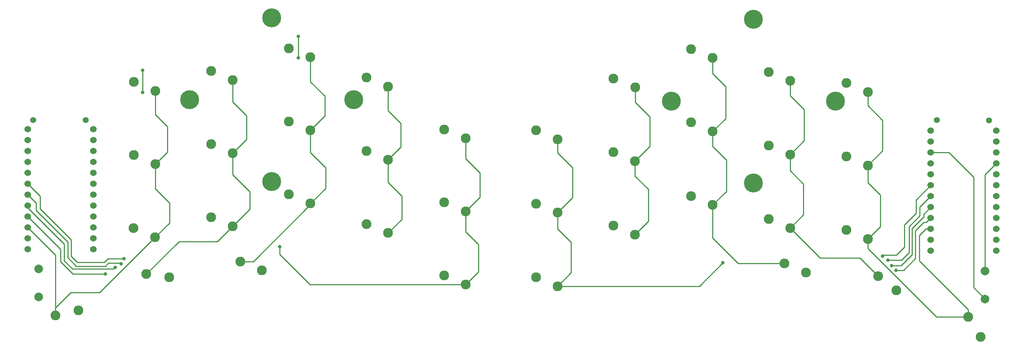
<source format=gbr>
%TF.GenerationSoftware,KiCad,Pcbnew,(6.0.5-0)*%
%TF.CreationDate,2022-06-22T19:02:17-07:00*%
%TF.ProjectId,Swept_3x5,53776570-745f-4337-9835-2e6b69636164,rev?*%
%TF.SameCoordinates,Original*%
%TF.FileFunction,Copper,L1,Top*%
%TF.FilePolarity,Positive*%
%FSLAX46Y46*%
G04 Gerber Fmt 4.6, Leading zero omitted, Abs format (unit mm)*
G04 Created by KiCad (PCBNEW (6.0.5-0)) date 2022-06-22 19:02:17*
%MOMM*%
%LPD*%
G01*
G04 APERTURE LIST*
%TA.AperFunction,ComponentPad*%
%ADD10C,1.524000*%
%TD*%
%TA.AperFunction,ComponentPad*%
%ADD11C,2.282000*%
%TD*%
%TA.AperFunction,ComponentPad*%
%ADD12C,2.000000*%
%TD*%
%TA.AperFunction,ComponentPad*%
%ADD13C,4.400000*%
%TD*%
%TA.AperFunction,ComponentPad*%
%ADD14C,1.397000*%
%TD*%
%TA.AperFunction,ViaPad*%
%ADD15C,0.800000*%
%TD*%
%TA.AperFunction,Conductor*%
%ADD16C,0.250000*%
%TD*%
G04 APERTURE END LIST*
D10*
%TO.P,U1,1,TX*%
%TO.N,unconnected-(U1-Pad1)*%
X243606600Y-50094000D03*
%TO.P,U1,2,RX*%
%TO.N,unconnected-(U1-Pad2)*%
X243606600Y-52634000D03*
%TO.P,U1,3,GND*%
%TO.N,gnd*%
X243606600Y-55174000D03*
%TO.P,U1,4,GND*%
X243606600Y-57714000D03*
%TO.P,U1,5,SDA*%
%TO.N,unconnected-(U1-Pad5)*%
X243606600Y-60254000D03*
%TO.P,U1,6,SCL*%
%TO.N,unconnected-(U1-Pad6)*%
X243606600Y-62794000D03*
%TO.P,U1,7,D4*%
%TO.N,row_0*%
X243606600Y-65334000D03*
%TO.P,U1,8,C6*%
%TO.N,row_1*%
X243606600Y-67874000D03*
%TO.P,U1,9,D7*%
%TO.N,row_2*%
X243606600Y-70414000D03*
%TO.P,U1,10,E6*%
%TO.N,row_3*%
X243606600Y-72954000D03*
%TO.P,U1,11,B4*%
%TO.N,unconnected-(U1-Pad11)*%
X243606600Y-75494000D03*
%TO.P,U1,12,B5*%
%TO.N,unconnected-(U1-Pad12)*%
X243606600Y-78034000D03*
%TO.P,U1,13,B6*%
%TO.N,unconnected-(U1-Pad13)*%
X228386600Y-78034000D03*
%TO.P,U1,14,B2*%
%TO.N,unconnected-(U1-Pad14)*%
X228386600Y-75494000D03*
%TO.P,U1,15,B3*%
%TO.N,col5*%
X228386600Y-72954000D03*
%TO.P,U1,16,B1*%
%TO.N,col4*%
X228386600Y-70414000D03*
%TO.P,U1,17,F7*%
%TO.N,col3*%
X228386600Y-67874000D03*
%TO.P,U1,18,F6*%
%TO.N,col2*%
X228386600Y-65334000D03*
%TO.P,U1,19,F5*%
%TO.N,col1*%
X228386600Y-62794000D03*
%TO.P,U1,20,F4*%
%TO.N,unconnected-(U1-Pad20)*%
X228386600Y-60254000D03*
%TO.P,U1,21,VCC*%
%TO.N,vcc*%
X228386600Y-57714000D03*
%TO.P,U1,22,RST*%
%TO.N,reset*%
X228386600Y-55174000D03*
%TO.P,U1,23,GND*%
%TO.N,gnd*%
X228386600Y-52634000D03*
%TO.P,U1,24,RAW*%
%TO.N,raw*%
X228386600Y-50094000D03*
%TD*%
D11*
%TO.P,SW16,1,1*%
%TO.N,col2*%
X159723400Y-74266800D03*
%TO.P,SW16,2,2*%
%TO.N,Net-(D14-Pad2)*%
X154723400Y-72166800D03*
%TD*%
%TO.P,SW20,1,1*%
%TO.N,col3*%
X194419800Y-80983400D03*
%TO.P,SW20,2,2*%
%TO.N,Net-(D18-Pad2)*%
X199419800Y-83083400D03*
%TD*%
%TO.P,SW15,1,1*%
%TO.N,col1*%
X141765600Y-86281000D03*
%TO.P,SW15,2,2*%
%TO.N,Net-(D13-Pad2)*%
X136765600Y-84181000D03*
%TD*%
%TO.P,SW21,1,1*%
%TO.N,col4*%
X216139832Y-83902238D03*
%TO.P,SW21,2,2*%
%TO.N,Net-(D19-Pad2)*%
X220425942Y-87224777D03*
%TD*%
%TO.P,SW17,1,1*%
%TO.N,col3*%
X177732000Y-67383400D03*
%TO.P,SW17,2,2*%
%TO.N,Net-(D15-Pad2)*%
X172732000Y-65283400D03*
%TD*%
%TO.P,SW18,1,1*%
%TO.N,col4*%
X195740600Y-72742800D03*
%TO.P,SW18,2,2*%
%TO.N,Net-(D16-Pad2)*%
X190740600Y-70642800D03*
%TD*%
%TO.P,SW4,1,1*%
%TO.N,col2*%
X159748800Y-40027600D03*
%TO.P,SW4,2,2*%
%TO.N,Net-(D2-Pad2)*%
X154748800Y-37927600D03*
%TD*%
%TO.P,SW3,1,1*%
%TO.N,col1*%
X141740200Y-52067200D03*
%TO.P,SW3,2,2*%
%TO.N,Net-(D1-Pad2)*%
X136740200Y-49967200D03*
%TD*%
%TO.P,SW9,1,1*%
%TO.N,col1*%
X141740200Y-69161400D03*
%TO.P,SW9,2,2*%
%TO.N,Net-(D7-Pad2)*%
X136740200Y-67061400D03*
%TD*%
%TO.P,SW12,1,1*%
%TO.N,col4*%
X195740600Y-55623200D03*
%TO.P,SW12,2,2*%
%TO.N,Net-(D10-Pad2)*%
X190740600Y-53523200D03*
%TD*%
%TO.P,SW11,1,1*%
%TO.N,col3*%
X177732000Y-50263800D03*
%TO.P,SW11,2,2*%
%TO.N,Net-(D9-Pad2)*%
X172732000Y-48163800D03*
%TD*%
%TO.P,SW6,1,1*%
%TO.N,col4*%
X195766000Y-38503600D03*
%TO.P,SW6,2,2*%
%TO.N,Net-(D4-Pad2)*%
X190766000Y-36403600D03*
%TD*%
%TO.P,SW5,1,1*%
%TO.N,col3*%
X177757400Y-33169600D03*
%TO.P,SW5,2,2*%
%TO.N,Net-(D3-Pad2)*%
X172757400Y-31069600D03*
%TD*%
D12*
%TO.P,RSW1,1,1*%
%TO.N,gnd*%
X240978000Y-82744400D03*
%TO.P,RSW1,2,2*%
%TO.N,reset*%
X240978000Y-89244400D03*
%TD*%
D11*
%TO.P,SW10,1,1*%
%TO.N,col2*%
X159723400Y-57147200D03*
%TO.P,SW10,2,2*%
%TO.N,Net-(D8-Pad2)*%
X154723400Y-55047200D03*
%TD*%
D13*
%TO.P,REF\u002A\u002A,1*%
%TO.N,N/C*%
X206298800Y-43180000D03*
X168198800Y-43180000D03*
X187248800Y-24130000D03*
X187248800Y-62230000D03*
%TD*%
D10*
%TO.P,U2,1,TX*%
%TO.N,unconnected-(U2-Pad1)*%
X33942000Y-49722800D03*
%TO.P,U2,2,RX*%
%TO.N,unconnected-(U2-Pad2)*%
X33942000Y-52262800D03*
%TO.P,U2,3,GND*%
%TO.N,gnd_r*%
X33942000Y-54802800D03*
%TO.P,U2,4,GND*%
X33942000Y-57342800D03*
%TO.P,U2,5,SDA*%
%TO.N,unconnected-(U2-Pad5)*%
X33942000Y-59882800D03*
%TO.P,U2,6,SCL*%
%TO.N,unconnected-(U2-Pad6)*%
X33942000Y-62422800D03*
%TO.P,U2,7,D4*%
%TO.N,row_0r*%
X33942000Y-64962800D03*
%TO.P,U2,8,C6*%
%TO.N,row_1r*%
X33942000Y-67502800D03*
%TO.P,U2,9,D7*%
%TO.N,row_2r*%
X33942000Y-70042800D03*
%TO.P,U2,10,E6*%
%TO.N,row_3r*%
X33942000Y-72582800D03*
%TO.P,U2,11,B4*%
%TO.N,unconnected-(U2-Pad11)*%
X33942000Y-75122800D03*
%TO.P,U2,12,B5*%
%TO.N,unconnected-(U2-Pad12)*%
X33942000Y-77662800D03*
%TO.P,U2,13,B6*%
%TO.N,unconnected-(U2-Pad13)*%
X18722000Y-77662800D03*
%TO.P,U2,14,B2*%
%TO.N,unconnected-(U2-Pad14)*%
X18722000Y-75122800D03*
%TO.P,U2,15,B3*%
%TO.N,col5r*%
X18722000Y-72582800D03*
%TO.P,U2,16,B1*%
%TO.N,col4r*%
X18722000Y-70042800D03*
%TO.P,U2,17,F7*%
%TO.N,col3r*%
X18722000Y-67502800D03*
%TO.P,U2,18,F6*%
%TO.N,col2r*%
X18722000Y-64962800D03*
%TO.P,U2,19,F5*%
%TO.N,col1r*%
X18722000Y-62422800D03*
%TO.P,U2,20,F4*%
%TO.N,unconnected-(U2-Pad20)*%
X18722000Y-59882800D03*
%TO.P,U2,21,VCC*%
%TO.N,vcc_r*%
X18722000Y-57342800D03*
%TO.P,U2,22,RST*%
%TO.N,reset_r*%
X18722000Y-54802800D03*
%TO.P,U2,23,GND*%
%TO.N,gnd_r*%
X18722000Y-52262800D03*
%TO.P,U2,24,RAW*%
%TO.N,raw_r*%
X18722000Y-49722800D03*
%TD*%
D11*
%TO.P,SW17_r1,1,1*%
%TO.N,col3r*%
X84378800Y-67012400D03*
%TO.P,SW17_r1,2,2*%
%TO.N,Net-(Dr15-Pad2)*%
X79378800Y-64912400D03*
%TD*%
%TO.P,SW11_r1,1,1*%
%TO.N,col3r*%
X84353400Y-50019800D03*
%TO.P,SW11_r1,2,2*%
%TO.N,Net-(Dr9-Pad2)*%
X79353400Y-47919800D03*
%TD*%
%TO.P,SW15_r1,1,1*%
%TO.N,col1r*%
X120396000Y-85859200D03*
%TO.P,SW15_r1,2,2*%
%TO.N,Net-(Dr13-Pad2)*%
X115396000Y-83759200D03*
%TD*%
%TO.P,SW18_r1,1,1*%
%TO.N,col4r*%
X66344800Y-72321000D03*
%TO.P,SW18_r1,2,2*%
%TO.N,Net-(Dr16-Pad2)*%
X61344800Y-70221000D03*
%TD*%
%TO.P,SW6_r1,1,1*%
%TO.N,col4r*%
X66344800Y-38259600D03*
%TO.P,SW6_r1,2,2*%
%TO.N,Net-(Dr4-Pad2)*%
X61344800Y-36159600D03*
%TD*%
%TO.P,SW5_r1,1,1*%
%TO.N,col3r*%
X84378800Y-33001800D03*
%TO.P,SW5_r1,2,2*%
%TO.N,Net-(Dr3-Pad2)*%
X79378800Y-30901800D03*
%TD*%
%TO.P,SW16_r1,1,1*%
%TO.N,col2r*%
X102412800Y-73895800D03*
%TO.P,SW16_r1,2,2*%
%TO.N,Net-(Dr14-Pad2)*%
X97412800Y-71795800D03*
%TD*%
%TO.P,SW4_r1,1,1*%
%TO.N,col2r*%
X102387400Y-39834400D03*
%TO.P,SW4_r1,2,2*%
%TO.N,Net-(Dr2-Pad2)*%
X97387400Y-37734400D03*
%TD*%
%TO.P,SW13_r1,1,1*%
%TO.N,col5r*%
X48336200Y-57843000D03*
%TO.P,SW13_r1,2,2*%
%TO.N,Net-(Dr11-Pad2)*%
X43336200Y-55743000D03*
%TD*%
%TO.P,SW12_r1,1,1*%
%TO.N,col4r*%
X66344800Y-55328400D03*
%TO.P,SW12_r1,2,2*%
%TO.N,Net-(Dr10-Pad2)*%
X61344800Y-53228400D03*
%TD*%
%TO.P,SW3_r1,1,1*%
%TO.N,col1r*%
X120396000Y-51874000D03*
%TO.P,SW3_r1,2,2*%
%TO.N,Net-(Dr1-Pad2)*%
X115396000Y-49774000D03*
%TD*%
%TO.P,SW21_r1,1,1*%
%TO.N,col4r*%
X46250368Y-83455038D03*
%TO.P,SW21_r1,2,2*%
%TO.N,Net-(Dr19-Pad2)*%
X51623517Y-84189387D03*
%TD*%
%TO.P,SW9_r1,1,1*%
%TO.N,col1r*%
X120396000Y-68866600D03*
%TO.P,SW9_r1,2,2*%
%TO.N,Net-(Dr7-Pad2)*%
X115396000Y-66766600D03*
%TD*%
%TO.P,SW20_r1,1,1*%
%TO.N,col3r*%
X68072000Y-80510800D03*
%TO.P,SW20_r1,2,2*%
%TO.N,Net-(Dr18-Pad2)*%
X73072000Y-82610800D03*
%TD*%
%TO.P,SW7_r1,1,1*%
%TO.N,col5r*%
X48336200Y-40850400D03*
%TO.P,SW7_r1,2,2*%
%TO.N,Net-(Dr5-Pad2)*%
X43336200Y-38750400D03*
%TD*%
D13*
%TO.P,REF\u002A\u002A,1*%
%TO.N,N/C*%
X94407400Y-42878400D03*
X56307400Y-42878400D03*
X75357400Y-61928400D03*
X75357400Y-23828400D03*
%TD*%
D12*
%TO.P,RSW2,1,1*%
%TO.N,gnd_r*%
X21285200Y-88721000D03*
%TO.P,RSW2,2,2*%
%TO.N,reset_r*%
X21285200Y-82221000D03*
%TD*%
D11*
%TO.P,SW13,1,1*%
%TO.N,col5*%
X213774600Y-58188600D03*
%TO.P,SW13,2,2*%
%TO.N,Net-(D11-Pad2)*%
X208774600Y-56088600D03*
%TD*%
%TO.P,SW22,1,1*%
%TO.N,col5*%
X237097701Y-93455003D03*
%TO.P,SW22,2,2*%
%TO.N,Net-(D20-Pad2)*%
X239988951Y-98043104D03*
%TD*%
%TO.P,SW19,1,1*%
%TO.N,col5*%
X213774600Y-75308200D03*
%TO.P,SW19,2,2*%
%TO.N,Net-(D17-Pad2)*%
X208774600Y-73208200D03*
%TD*%
%TO.P,SW19_r1,1,1*%
%TO.N,col5r*%
X48310800Y-74861000D03*
%TO.P,SW19_r1,2,2*%
%TO.N,Net-(Dr17-Pad2)*%
X43310800Y-72761000D03*
%TD*%
D14*
%TO.P,+,1,1*%
%TO.N,BT+*%
X229802000Y-47640400D03*
%TD*%
D11*
%TO.P,SW10_r1,1,1*%
%TO.N,col2r*%
X102387400Y-56877800D03*
%TO.P,SW10_r1,2,2*%
%TO.N,Net-(Dr8-Pad2)*%
X97387400Y-54777800D03*
%TD*%
%TO.P,SW22_r1,1,1*%
%TO.N,col5r*%
X25200435Y-93078933D03*
%TO.P,SW22_r1,2,2*%
%TO.N,Net-(Dr20-Pad2)*%
X30500706Y-91931270D03*
%TD*%
D14*
%TO.P,-,1,1*%
%TO.N,gnd*%
X241943200Y-47691200D03*
%TD*%
%TO.P,+,1,1*%
%TO.N,BT+_r*%
X20040600Y-47574200D03*
%TD*%
D11*
%TO.P,SW7,1,1*%
%TO.N,col5*%
X213774600Y-41069000D03*
%TO.P,SW7,2,2*%
%TO.N,Net-(D5-Pad2)*%
X208774600Y-38969000D03*
%TD*%
D14*
%TO.P,-,1,1*%
%TO.N,gnd_r*%
X32207200Y-47625000D03*
%TD*%
D15*
%TO.N,col1*%
X217178200Y-79314200D03*
X180119600Y-80812800D03*
%TO.N,col2*%
X218473600Y-80177800D03*
%TO.N,col3*%
X219337200Y-81498600D03*
%TO.N,col4*%
X220327800Y-82540000D03*
%TO.N,row_0r*%
X81534000Y-33172400D03*
X81534000Y-28168600D03*
X45389800Y-36042600D03*
X45389800Y-41173400D03*
%TO.N,col1r*%
X77241400Y-77038200D03*
X41122600Y-79883000D03*
%TO.N,col2r*%
X40411400Y-81051400D03*
%TO.N,col3r*%
X39039800Y-81889600D03*
%TO.N,col4r*%
X36779200Y-83464400D03*
%TD*%
D16*
%TO.N,gnd*%
X240978000Y-82744400D02*
X240978000Y-60342600D01*
X240978000Y-60342600D02*
X243606600Y-57714000D01*
%TO.N,reset*%
X238336400Y-60873800D02*
X238336400Y-86602800D01*
X238336400Y-86602800D02*
X240978000Y-89244400D01*
X228386600Y-55174000D02*
X232636600Y-55174000D01*
X232636600Y-55174000D02*
X238336400Y-60873800D01*
%TO.N,col1*%
X144915200Y-76088400D02*
X144915200Y-83131400D01*
X141765600Y-86281000D02*
X174651400Y-86281000D01*
X220378600Y-79060200D02*
X222283600Y-77155200D01*
X145220000Y-65681600D02*
X141740200Y-69161400D01*
X174651400Y-86281000D02*
X180119600Y-80812800D01*
X217432200Y-79060200D02*
X220378600Y-79060200D01*
X141740200Y-52067200D02*
X141740200Y-55235000D01*
X224950600Y-69306600D02*
X224950600Y-66230000D01*
X144915200Y-83131400D02*
X141765600Y-86281000D01*
X145220000Y-58714800D02*
X145220000Y-65681600D01*
X222283600Y-77155200D02*
X222283600Y-71973600D01*
X141740200Y-72913400D02*
X144915200Y-76088400D01*
X141740200Y-55235000D02*
X145220000Y-58714800D01*
X222283600Y-71973600D02*
X224950600Y-69306600D01*
X141740200Y-69161400D02*
X141740200Y-72913400D01*
X224950600Y-66230000D02*
X228386600Y-62794000D01*
X217178200Y-79314200D02*
X217432200Y-79060200D01*
%TO.N,col2*%
X159748800Y-40180000D02*
X160236800Y-40180000D01*
X218473600Y-80177800D02*
X221572400Y-80177800D01*
X159723400Y-60619800D02*
X162822200Y-63718600D01*
X163177800Y-53692800D02*
X159723400Y-57147200D01*
X159723400Y-57147200D02*
X159723400Y-60619800D01*
X223350400Y-72380000D02*
X225865000Y-69865400D01*
X225865000Y-69865400D02*
X225865000Y-67855600D01*
X225865000Y-67855600D02*
X228386600Y-65334000D01*
X162822200Y-71168000D02*
X159723400Y-74266800D01*
X162822200Y-63718600D02*
X162822200Y-71168000D01*
X159748800Y-40027600D02*
X159748800Y-43424000D01*
X159748800Y-43424000D02*
X163177800Y-46853000D01*
X223350400Y-78399800D02*
X223350400Y-72380000D01*
X221572400Y-80177800D02*
X223350400Y-78399800D01*
X163177800Y-46853000D02*
X163177800Y-53692800D01*
%TO.N,col3*%
X221547000Y-81498600D02*
X224087000Y-78958600D01*
X183693800Y-80983400D02*
X194419800Y-80983400D01*
X224087000Y-78958600D02*
X224087000Y-72862600D01*
X180932400Y-56936800D02*
X180932400Y-64183000D01*
X180754600Y-47241200D02*
X177732000Y-50263800D01*
X226703200Y-70246400D02*
X226728600Y-70246400D01*
X219337200Y-81498600D02*
X221547000Y-81498600D01*
X226728600Y-70246400D02*
X226728600Y-69532000D01*
X177732000Y-67383400D02*
X177732000Y-75021600D01*
X226728600Y-69532000D02*
X228386600Y-67874000D01*
X180754600Y-39791800D02*
X180754600Y-47241200D01*
X177757400Y-33169600D02*
X177757400Y-36794600D01*
X177732000Y-53736400D02*
X180932400Y-56936800D01*
X177732000Y-50263800D02*
X177732000Y-53736400D01*
X180932400Y-64183000D02*
X177732000Y-67383400D01*
X177757400Y-36794600D02*
X180754600Y-39791800D01*
X177732000Y-75021600D02*
X183693800Y-80983400D01*
X224087000Y-72862600D02*
X226703200Y-70246400D01*
%TO.N,col4*%
X220327800Y-82540000D02*
X222105800Y-82540000D01*
X226754000Y-71414800D02*
X227385800Y-71414800D01*
X198839400Y-62474000D02*
X198839400Y-69644000D01*
X195766000Y-41925400D02*
X198966400Y-45125800D01*
X224849000Y-73319800D02*
X226754000Y-71414800D01*
X224849000Y-79796800D02*
X224849000Y-73319800D01*
X227385800Y-71414800D02*
X228386600Y-70414000D01*
X195740600Y-59375200D02*
X198839400Y-62474000D01*
X195766000Y-38503600D02*
X195766000Y-41925400D01*
X222105800Y-82540000D02*
X224849000Y-79796800D01*
X198966400Y-52397400D02*
X195740600Y-55623200D01*
X202693000Y-79695200D02*
X211932794Y-79695200D01*
X195740600Y-55623200D02*
X195740600Y-59375200D01*
X198839400Y-69644000D02*
X195740600Y-72742800D01*
X198966400Y-45125800D02*
X198966400Y-52397400D01*
X195740600Y-72742800D02*
X202693000Y-79695200D01*
X211932794Y-79695200D02*
X216139832Y-83902238D01*
%TO.N,col5*%
X216670200Y-65039400D02*
X216670200Y-72412600D01*
X237097701Y-91766101D02*
X225712600Y-80381000D01*
X213774600Y-58188600D02*
X213774600Y-62143800D01*
X229744203Y-93455003D02*
X237097701Y-93455003D01*
X216670200Y-72412600D02*
X213774600Y-75308200D01*
X217203600Y-54759600D02*
X213774600Y-58188600D01*
X213774600Y-62143800D02*
X216670200Y-65039400D01*
X217203600Y-47691200D02*
X217203600Y-54759600D01*
X225712600Y-74488200D02*
X227246800Y-72954000D01*
X213774600Y-41069000D02*
X213774600Y-44262200D01*
X213774600Y-77485400D02*
X229744203Y-93455003D01*
X213774600Y-44262200D02*
X217203600Y-47691200D01*
X225712600Y-80381000D02*
X225712600Y-74488200D01*
X227246800Y-72954000D02*
X228386600Y-72954000D01*
X213774600Y-75308200D02*
X213774600Y-77485400D01*
X237097701Y-93455003D02*
X237097701Y-91766101D01*
%TO.N,row_0r*%
X45389800Y-36042600D02*
X45389800Y-41173400D01*
X81534000Y-28168600D02*
X81534000Y-33172400D01*
%TO.N,col1r*%
X81076800Y-82702400D02*
X77241400Y-78867000D01*
X84233600Y-85859200D02*
X81076800Y-82702400D01*
X41122600Y-79883000D02*
X37338000Y-79883000D01*
X120396000Y-73583800D02*
X123342400Y-76530200D01*
X123342400Y-82912800D02*
X120396000Y-85859200D01*
X21615400Y-65316200D02*
X18722000Y-62422800D01*
X123342400Y-76530200D02*
X123342400Y-82912800D01*
X28778200Y-75438000D02*
X21615400Y-68275200D01*
X77241400Y-78867000D02*
X77241400Y-77038200D01*
X37338000Y-79883000D02*
X36499800Y-80721200D01*
X120396000Y-85859200D02*
X84233600Y-85859200D01*
X123723400Y-59893200D02*
X123723400Y-65539200D01*
X36499800Y-80721200D02*
X30251400Y-80721200D01*
X30251400Y-80721200D02*
X28778200Y-79248000D01*
X120396000Y-68866600D02*
X120396000Y-73583800D01*
X123723400Y-65539200D02*
X120396000Y-68866600D01*
X21615400Y-68275200D02*
X21615400Y-65316200D01*
X120396000Y-51874000D02*
X120396000Y-56565800D01*
X120396000Y-56565800D02*
X123723400Y-59893200D01*
X28778200Y-79248000D02*
X28778200Y-75438000D01*
%TO.N,col2r*%
X20675600Y-66916400D02*
X20675600Y-68630800D01*
X102387400Y-56877800D02*
X102387400Y-62128400D01*
X105359200Y-53906000D02*
X102387400Y-56877800D01*
X40259000Y-80899000D02*
X40411400Y-81051400D01*
X28016200Y-79654400D02*
X29972000Y-81610200D01*
X29972000Y-81610200D02*
X36753800Y-81610200D01*
X18722000Y-64962800D02*
X20675600Y-66916400D01*
X37465000Y-80899000D02*
X40259000Y-80899000D01*
X28016200Y-75971400D02*
X28016200Y-79654400D01*
X101543099Y-40714701D02*
X102379400Y-39878400D01*
X102387400Y-39834400D02*
X102387400Y-45415200D01*
X102387400Y-45415200D02*
X105359200Y-48387000D01*
X20675600Y-68630800D02*
X28016200Y-75971400D01*
X102387400Y-62128400D02*
X105562400Y-65303400D01*
X36753800Y-81610200D02*
X37465000Y-80899000D01*
X105562400Y-65303400D02*
X105562400Y-70746200D01*
X105562400Y-70746200D02*
X102412800Y-73895800D01*
X105359200Y-48387000D02*
X105359200Y-53906000D01*
%TO.N,col3r*%
X71101800Y-80510800D02*
X68072000Y-80510800D01*
X84353400Y-55143400D02*
X87884000Y-58674000D01*
X38658800Y-82270600D02*
X39039800Y-81889600D01*
X84378800Y-38684200D02*
X87757000Y-42062400D01*
X18722000Y-67986453D02*
X27228800Y-76493253D01*
X18722000Y-67502800D02*
X18722000Y-67986453D01*
X84378800Y-67233800D02*
X71101800Y-80510800D01*
X87884000Y-63507200D02*
X84378800Y-67012400D01*
X87757000Y-42062400D02*
X87757000Y-46616200D01*
X29438600Y-82270600D02*
X38658800Y-82270600D01*
X27228800Y-76493253D02*
X27228800Y-80340200D01*
X83652400Y-32878400D02*
X84353400Y-32878400D01*
X87757000Y-46616200D02*
X84353400Y-50019800D01*
X87884000Y-58674000D02*
X87884000Y-63507200D01*
X84353400Y-50019800D02*
X84353400Y-55143400D01*
X27228800Y-80340200D02*
X29159200Y-82270600D01*
X84378800Y-67012400D02*
X84378800Y-67233800D01*
X84378800Y-33001800D02*
X84378800Y-38684200D01*
X29159200Y-82270600D02*
X29438600Y-82270600D01*
%TO.N,col4r*%
X62796000Y-75869800D02*
X53835606Y-75869800D01*
X70307200Y-68358600D02*
X66344800Y-72321000D01*
X66344800Y-43408600D02*
X69545200Y-46609000D01*
X53835606Y-75869800D02*
X46250368Y-83455038D01*
X29260800Y-83464400D02*
X26314400Y-80518000D01*
X26314400Y-77635200D02*
X18722000Y-70042800D01*
X66344800Y-60299600D02*
X70307200Y-64262000D01*
X70307200Y-64262000D02*
X70307200Y-68358600D01*
X69545200Y-52128000D02*
X66344800Y-55328400D01*
X69545200Y-46609000D02*
X69545200Y-52128000D01*
X66344800Y-72321000D02*
X62796000Y-75869800D01*
X66344800Y-38259600D02*
X66344800Y-43408600D01*
X26314400Y-80518000D02*
X26314400Y-77635200D01*
X66344800Y-55328400D02*
X66344800Y-60299600D01*
X36779200Y-83464400D02*
X29260800Y-83464400D01*
%TO.N,col5r*%
X51638200Y-71533600D02*
X48310800Y-74861000D01*
X48303600Y-74861000D02*
X35382200Y-87782400D01*
X48336200Y-40850400D02*
X48336200Y-46329600D01*
X48336200Y-57843000D02*
X48336200Y-63601600D01*
X51155600Y-55023600D02*
X48336200Y-57843000D01*
X51638200Y-66903600D02*
X51638200Y-71533600D01*
X25200435Y-91334765D02*
X25200435Y-93078933D01*
X25200435Y-79061235D02*
X25200435Y-93078933D01*
X18722000Y-72582800D02*
X25200435Y-79061235D01*
X48336200Y-46329600D02*
X51155600Y-49149000D01*
X51155600Y-49149000D02*
X51155600Y-55023600D01*
X48310800Y-74861000D02*
X48303600Y-74861000D01*
X48336200Y-63601600D02*
X51638200Y-66903600D01*
X28752800Y-87782400D02*
X25200435Y-91334765D01*
X35382200Y-87782400D02*
X28752800Y-87782400D01*
%TD*%
M02*

</source>
